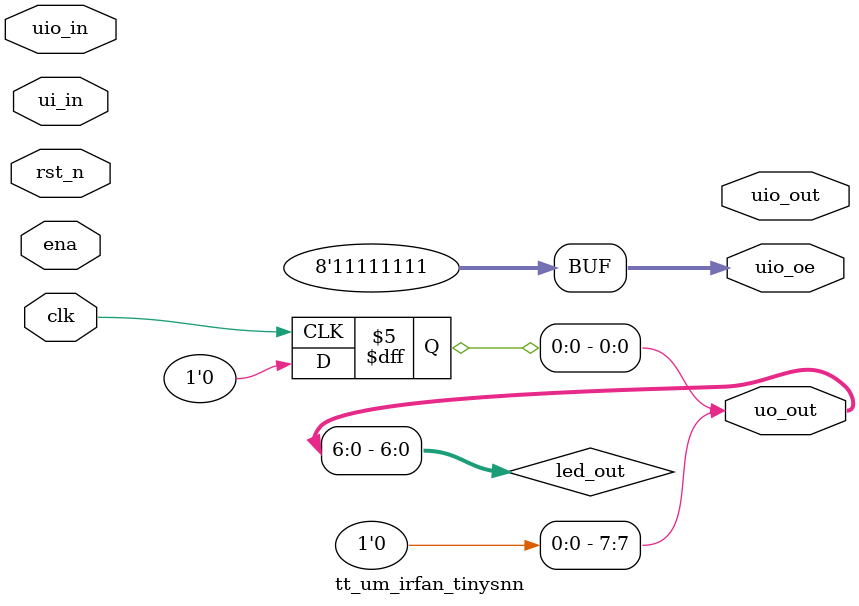
<source format=v>
`default_nettype none

module tt_um_irfan_tinysnn #( parameter MAX_COUNT = 24'd10_000_000 ) (
    input  wire [7:0] ui_in,    // Dedicated inputs - connected to the input switches
    output wire [7:0] uo_out,   // Dedicated outputs - connected to the 7 segment display
    input  wire [7:0] uio_in,   // IOs: Bidirectional Input path
    output wire [7:0] uio_out,  // IOs: Bidirectional Output path
    output wire [7:0] uio_oe,   // IOs: Bidirectional Enable path (active high: 0=input, 1=output)
    input  wire       ena,      // will go high when the design is enabled
    input  wire       clk,      // clock
    input  wire       rst_n     // reset_n - low to reset
);

/*    spiking_neuron neuron0(
        .clk(clk),        // Clock
        .rst_n(rst_n),      // Active low reset
        .inn(ui_in[7:0]), // 8-bit input (analogous to input current for a real neuron)
        .spike(uo_out[0])      // Output spike signal
    );
*/        
    wire reset = ! rst_n;
    wire [6:0] led_out;
    assign uo_out[6:0] = led_out;
    assign uo_out[7] = 1'b0;

    // use bidirectionals as outputs
    assign uio_oe = 8'b11111111;

    always @(posedge clk) begin
        // if reset, set counter to 0
        if (reset) begin
            uo_out[0] <= 0;
        end else begin
            uo_out[0] <= 0;
        end
    end

endmodule

</source>
